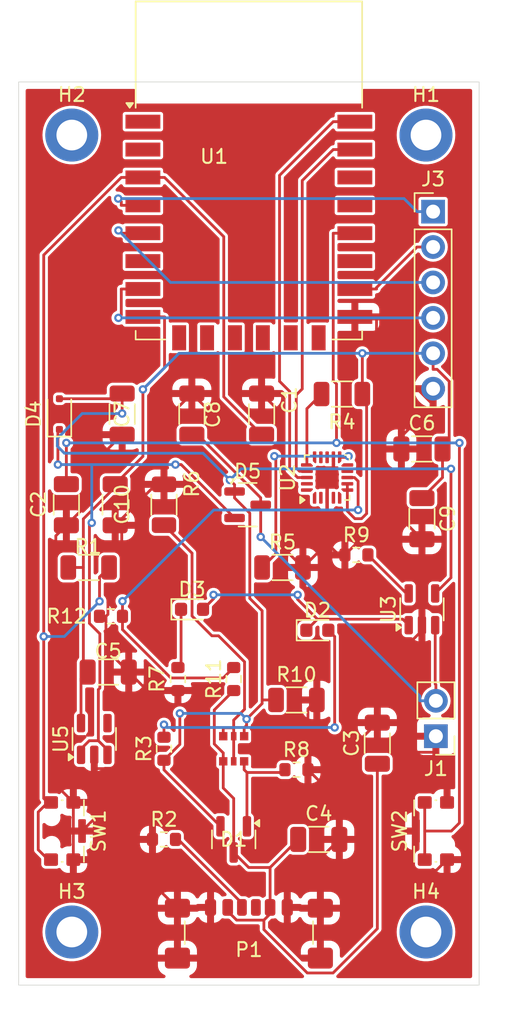
<source format=kicad_pcb>
(kicad_pcb (version 20240108) (generator "pcbnew") (generator_version "8.0")
  (layers (0 "F.Cu" signal) (31 "B.Cu" signal) (34 "B.Paste" user) (35 "F.Paste" user) (36 "B.SilkS" user "B.Silkscreen") (37 "F.SilkS" user "F.Silkscreen") (38 "B.Mask" user) (39 "F.Mask" user) (44 "Edge.Cuts" user))
  (net 0 "")
  (net 1 "GND")
  (net 2 "+3.3V")
  (net 3 "Net-(U4-C2)")
  (net 4 "Net-(P1-D+)")
  (net 6 "Net-(P1-CC)")
  (net 7 "Net-(U1-EN)")
  (net 8 "Net-(U1-GPIO0)")
  (net 9 "Net-(U4-B1)")
  (net 10 "Net-(D3-K)")
  (net 11 "Net-(U2-~{RTS})")
  (net 12 "Net-(D2-A)")
  (net 13 "Net-(D2-K)")
  (net 14 "Net-(U2-~{SUSPEND})")
  (net 15 "Net-(U3-PROG)")
  (net 19 "/MIC_2")
  (net 20 "/MIC_1")
  (net 24 "/MIC_3")
  (net 30 "/MIC")
  (net 31 "/supply/TXD")
  (net 34 "/supply/RXD")
  (net 42 "Net-(P1-D-)")
  (net 45 "+5V")
  (net 46 "Net-(D4-A)")
  (net 47 "Net-(J1-Pin_2)")
  (net 48 "Net-(D4-K)")
  (net 49 "Net-(U2-VBUS)")
  (footprint "Resistor_SMD:R_0603_1608Metric" (layer "F.Cu") (at 92.7 111.4 -90)
    (property "Reference" "R7")
    (property "Value" "470")
  )
  (footprint "RF_Module:ESP-12E" (layer "F.Cu") (at 97.79 74.93)
    (property "Reference" "U1")
    (property "Value" "ESP-12E")
  )
  (footprint "Capacitor_SMD:C_1206_3216Metric" (layer "F.Cu") (at 102.8 122.9)
    (property "Reference" "C4")
    (property "Value" "100nF")
  )
  (footprint "Resistor_SMD:R_0603_1608Metric" (layer "F.Cu") (at 101.2 117.9)
    (property "Reference" "R8")
    (property "Value" "47K")
  )
  (footprint "Package_TO_SOT_SMD:SOT-23-5" (layer "F.Cu") (at 110.2 106.4 90)
    (property "Reference" "U3")
    (property "Value" "MCP73831-2-OT")
  )
  (footprint "Resistor_SMD:R_0603_1608Metric" (layer "F.Cu") (at 91.7 116.4 90)
    (property "Reference" "R3")
    (property "Value" "470")
  )
  (footprint "Resistor_SMD:R_0603_1608Metric" (layer "F.Cu") (at 96.7 111.4 90)
    (property "Reference" "R11")
    (property "Value" "22K")
  )
  (footprint "libs:SOT363" (layer "F.Cu") (at 96.7 116.4 90)
    (property "Reference" "U4")
    (property "Value" "BCM857BS")
  )
  (footprint "Diode_SMD:D_0603_1608Metric" (layer "F.Cu") (at 102.7 107.9)
    (property "Reference" "D2")
    (property "Value" "Red")
  )
  (footprint "Connector_PinHeader_2.54mm:PinHeader_1x06_P2.54mm_Vertical" (layer "F.Cu") (at 111 77.88)
    (property "Reference" "J3")
    (property "Value" "Conn_01x06_Pin")
  )
  (footprint "Package_TO_SOT_SMD:SOT-23-5" (layer "F.Cu") (at 86.7 115.7 90)
    (property "Reference" "U5")
    (property "Value" "ME6211C12M5G-N")
  )
  (footprint "Button_Switch_SMD:SW_SPST_CK_KMS2xxGP" (layer "F.Cu") (at 111.2 122.3 90)
    (property "Reference" "SW2")
    (property "Value" "BOOT")
  )
  (footprint "Resistor_SMD:R_1206_3216Metric" (layer "F.Cu") (at 101.2 112.9)
    (property "Reference" "R10")
    (property "Value" "10K")
  )
  (footprint "Capacitor_SMD:C_1206_3216Metric" (layer "F.Cu") (at 110.2 99.9 -90)
    (property "Reference" "C9")
    (property "Value" "1µF")
  )
  (footprint "Button_Switch_SMD:SW_SPST_CK_KMS2xxGP" (layer "F.Cu") (at 84.4 122.3 -90)
    (property "Reference" "SW1")
    (property "Value" "RESET")
  )
  (footprint "Capacitor_SMD:C_1206_3216Metric" (layer "F.Cu") (at 87.7 110.9 180)
    (property "Reference" "C5")
    (property "Value" "4,7µF")
  )
  (footprint "Connector_USB:USB_C_Receptacle_GCT_USB4135-GF-A_6P_TopMnt_Horizontal" (layer "F.Cu") (at 97.79 130.81)
    (property "Reference" "P1")
    (property "Value" "USB_C_Plug_USB2.0")
  )
  (footprint "Resistor_SMD:R_1206_3216Metric" (layer "F.Cu") (at 104.4625 90.9625)
    (property "Reference" "R4")
    (property "Value" "2K")
  )
  (footprint "Capacitor_SMD:C_1206_3216Metric" (layer "F.Cu") (at 84.7 98.9 -90)
    (property "Reference" "C2")
    (property "Value" "0.1µF")
  )
  (footprint "Resistor_SMD:R_1206_3216Metric" (layer "F.Cu") (at 86.3 103.4)
    (property "Reference" "R1")
    (property "Value" "10k")
  )
  (footprint "MountingHole:MountingHole_2.2mm_M2_DIN965_Pad" (layer "F.Cu") (at 110.49 72.39)
    (property "Reference" "H1")
    (property "Value" "MountingHole")
  )
  (footprint "Diode_SMD:D_SOD-323F" (layer "F.Cu") (at 84.2 92.4 90)
    (property "Reference" "D4")
    (property "Value" "B5819WS")
  )
  (footprint "MountingHole:MountingHole_2.2mm_M2_DIN965_Pad" (layer "F.Cu") (at 85.09 129.54)
    (property "Reference" "H3")
    (property "Value" "MountingHole")
  )
  (footprint "Package_DFN_QFN:QFN-20-1EP_3x3mm_P0.45mm_EP1.6x1.6mm" (layer "F.Cu") (at 103.4 96.95 90)
    (property "Reference" "U2")
    (property "Value" "CP2102N-Axx-xQFN20")
  )
  (footprint "Resistor_SMD:R_1206_3216Metric" (layer "F.Cu") (at 100.2 103.4)
    (property "Reference" "R5")
    (property "Value" "10K")
  )
  (footprint "Resistor_SMD:R_1206_3216Metric" (layer "F.Cu") (at 91.7 98.9 90)
    (property "Reference" "R6")
    (property "Value" "10K")
  )
  (footprint "Resistor_SMD:R_0603_1608Metric" (layer "F.Cu") (at 91.7 122.9)
    (property "Reference" "R2")
    (property "Value" "5.1K")
  )
  (footprint "Resistor_SMD:R_0603_1608Metric" (layer "F.Cu") (at 105.5 102.5)
    (property "Reference" "R9")
    (property "Value" "2K2")
  )
  (footprint "Package_TO_SOT_SMD:SOT-23" (layer "F.Cu") (at 96.7 122.9 -90)
    (property "Reference" "D1")
    (property "Value" "BAT54A")
  )
  (footprint "Connector_PinHeader_2.54mm:PinHeader_1x02_P2.54mm_Vertical" (layer "F.Cu") (at 111.2 115.5 180)
    (property "Reference" "J1")
    (property "Value" "Battery Connector")
  )
  (footprint "Resistor_SMD:R_0603_1608Metric" (layer "F.Cu") (at 87.9 106.9 180)
    (property "Reference" "R12")
    (property "Value" "47K5")
  )
  (footprint "MountingHole:MountingHole_2.2mm_M2_DIN965_Pad" (layer "F.Cu") (at 110.49 129.54)
    (property "Reference" "H4")
    (property "Value" "MountingHole")
  )
  (footprint "MountingHole:MountingHole_2.2mm_M2_DIN965_Pad" (layer "F.Cu") (at 85.09 72.39)
    (property "Reference" "H2")
    (property "Value" "MountingHole")
  )
  (footprint "Capacitor_SMD:C_1206_3216Metric" (layer "F.Cu") (at 110.2 94.9)
    (property "Reference" "C6")
    (property "Value" "0,1µF")
  )
  (footprint "Capacitor_SMD:C_1206_3216Metric" (layer "F.Cu") (at 98.7 92.4 90)
    (property "Reference" "C1")
    (property "Value" "0.1µF")
  )
  (footprint "Package_TO_SOT_SMD:SOT-23" (layer "F.Cu") (at 97.7 98.9)
    (property "Reference" "D5")
    (property "Value" "BAT54A")
  )
  (footprint "Capacitor_SMD:C_1206_3216Metric" (layer "F.Cu") (at 88.7 92.4 -90)
    (property "Reference" "C7")
    (property "Value" "4,7µF")
  )
  (footprint "Diode_SMD:D_0603_1608Metric" (layer "F.Cu") (at 93.7125 106.4)
    (property "Reference" "D3")
    (property "Value" "Green")
  )
  (footprint "Capacitor_SMD:C_1206_3216Metric" (layer "F.Cu") (at 93.7 92.4 90)
    (property "Reference" "C8")
    (property "Value" "10µF")
  )
  (footprint "Capacitor_SMD:C_1206_3216Metric" (layer "F.Cu") (at 107 116 90)
    (property "Reference" "C3")
    (property "Value" "1µF")
  )
  (footprint "Capacitor_SMD:C_1206_3216Metric" (layer "F.Cu") (at 88.2 98.9 -90)
    (property "Reference" "C10")
    (property "Value" "10µF")
  )
  (gr_rect (start 81.28 68.58) (end 114.3 133.35) (stroke (width 0.05)) (fill none) (layer "Edge.Cuts"))
  (segment (start 105.39 85.43) (end 106.9417 85.43) (width 0.2) (layer "F.Cu") (net 1))
  (segment (start 102.915 127.8325) (end 102.915 124.26) (width 0.2) (layer "F.Cu") (net 1))
  (segment (start 87.075 106.9) (end 87.542 106.9) (width 0.2) (layer "F.Cu") (net 1))
  (segment (start 83.9453 101.1297) (end 84.7 100.375) (width 0.2) (layer "F.Cu") (net 1))
  (segment (start 86.7 121.425) (end 86.7 117.8229) (width 0.2) (layer "F.Cu") (net 1))
  (segment (start 85.9361 96.6389) (end 88.7 93.875) (width 0.2) (layer "F.Cu") (net 1))
  (segment (start 90.875 122.9) (end 90.875 112.3101) (width 0.2) (layer "F.Cu") (net 1))
  (segment (start 92.6149 112.3101) (end 90.875 112.3101) (width 0.2) (layer "F.Cu") (net 1))
  (segment (start 102.86 127.7775) (end 102.915 127.8325) (width 0.2) (layer "F.Cu") (net 1))
  (segment (start 108.725 99.9) (end 110.2 101.375) (width 0.2) (layer "F.Cu") (net 1))
  (segment (start 102.025 113.5375) (end 102.6625 112.9) (width 0.2) (layer "F.Cu") (net 1))
  (segment (start 112 124.35) (end 111.2294 125.1206) (width 0.2) (layer "F.Cu") (net 1))
  (segment (start 87.542 109.267) (end 89.175 110.9) (width 0.2) (layer "F.Cu") (net 1))
  (segment (start 104.275 122.9) (end 104.275 120.15) (width 0.2) (layer "F.Cu") (net 1))
  (segment (start 111.2294 125.1206) (end 109.8382 125.1206) (width 0.2) (layer "F.Cu") (net 1))
  (segment (start 84.7 100.375) (end 85.9361 99.1389) (width 0.2) (layer "F.Cu") (net 1))
  (segment (start 85.9361 99.1389) (end 85.9361 96.6389) (width 0.2) (layer "F.Cu") (net 1))
  (segment (start 90.875 126.0425) (end 90.875 122.9) (width 0.2) (layer "F.Cu") (net 1))
  (segment (start 85.2 122.3) (end 85.2 120.25) (width 0.2) (layer "F.Cu") (net 1))
  (segment (start 104.2375 102.5) (end 103.4 101.6625) (width 0.2) (layer "F.Cu") (net 1))
  (segment (start 85.2 120.25) (end 83.9453 118.9953) (width 0.2) (layer "F.Cu") (net 1))
  (segment (start 104.275 120.15) (end 102.825 118.7) (width 0.2) (layer "F.Cu") (net 1))
  (segment (start 85.825 122.3) (end 86.7 121.425) (width 0.2) (layer "F.Cu") (net 1))
  (segment (start 112 117.4517) (end 112 120.25) (width 0.2) (layer "F.Cu") (net 1))
  (segment (start 91.7 97.4375) (end 91.7 92.925) (width 0.2) (layer "F.Cu") (net 1))
  (segment (start 99.9499 94.7527) (end 99.9499 92.1749) (width 0.2) (layer "F.Cu") (net 1))
  (segment (start 83.9453 118.9953) (end 83.9453 101.1297) (width 0.2) (layer "F.Cu") (net 1))
  (segment (start 108.725 94.9) (end 108.725 99.9) (width 0.2) (layer "F.Cu") (net 1))
  (segment (start 109.3718 114.525) (end 109.3718 116.4501) (width 0.2) (layer "F.Cu") (net 1))
  (segment (start 90.5851 112.3101) (end 89.175 110.9) (width 0.2) (layer "F.Cu") (net 1))
  (segment (start 107 114.525) (end 102.825 118.7) (width 0.2) (layer "F.Cu") (net 1))
  (segment (start 85.2 124.35) (end 85.2 122.3) (width 0.2) (layer "F.Cu") (net 1))
  (segment (start 89.175 116.6562) (end 89.175 110.9) (width 0.2) (layer "F.Cu") (net 1))
  (segment (start 109.5734 124.8558) (end 109.5734 122.3) (width 0.2) (layer "F.Cu") (net 1))
  (segment (start 109.8382 125.1206) (end 109.5734 124.8558) (width 0.2) (layer "F.Cu") (net 1))
  (segment (start 106.9417 87.6734) (end 106.9417 85.43) (width 0.2) (layer "F.Cu") (net 1))
  (segment (start 111 90.58) (end 111 91.7317) (width 0.2) (layer "F.Cu") (net 1))
  (segment (start 91.7 92.925) (end 93.7 90.925) (width 0.2) (layer "F.Cu") (net 1))
  (segment (start 111.2 115.5) (end 111.2 116.6517) (width 0.2) (layer "F.Cu") (net 1))
  (segment (start 87.542 106.9) (end 87.542 109.267) (width 0.2) (layer "F.Cu") (net 1))
  (segment (start 111 91.7317) (end 106.9417 87.6734) (width 0.2) (layer "F.Cu") (net 1))
  (segment (start 102.825 118.7) (end 102.025 117.9) (width 0.2) (layer "F.Cu") (net 1))
  (segment (start 108.725 94.0067) (end 108.725 94.9) (width 0.2) (layer "F.Cu") (net 1))
  (segment (start 104.675 102.5) (end 107.275 99.9) (width 0.2) (layer "F.Cu") (net 1))
  (segment (start 109.3718 114.525) (end 109.3718 108.7546) (width 0.2) (layer "F.Cu") (net 1))
  (segment (start 103.4 96.95) (end 103.85 96.5) (width 0.2) (layer "F.Cu") (net 1))
  (segment (start 103.4 98.4) (end 103.4 96.95) (width 0.2) (layer "F.Cu") (net 1))
  (segment (start 91.1375 97.4375) (end 91.7 97.4375) (width 0.2) (layer "F.Cu") (net 1))
  (segment (start 87.6811 105.7806) (end 88.6727 104.789) (width 0.2) (layer "F.Cu") (net 1))
  (segment (start 102.025 117.9) (end 102.025 113.5375) (width 0.2) (layer "F.Cu") (net 1))
  (segment (start 97.5277 94.7527) (end 93.7 90.925) (width 0.2) (layer "F.Cu") (net 1))
  (segment (start 85.825 122.3) (end 85.2 122.3) (width 0.2) (layer "F.Cu") (net 1))
  (segment (start 110.2 107.9264) (end 110.2 107.5375) (width 0.2) (layer "F.Cu") (net 1))
  (segment (start 87.542 106.9) (end 87.6811 106.7609) (width 0.2) (layer "F.Cu") (net 1))
  (segment (start 101.6625 103.4) (end 100.2385 101.976) (width 0.2) (layer "F.Cu") (net 1))
  (segment (start 92.7 112.225) (end 92.6149 112.3101) (width 0.2) (layer "F.Cu") (net 1))
  (segment (start 87.6811 106.7609) (end 87.6811 105.7806) (width 0.2) (layer "F.Cu") (net 1))
  (segment (start 88.6727 104.789) (end 88.6727 100.8477) (width 0.2) (layer "F.Cu") (net 1))
  (segment (start 95.04 127.7775) (end 92.72 127.7775) (width 0.2) (layer "F.Cu") (net 1))
  (segment (start 90.875 112.3101) (end 90.5851 112.3101) (width 0.2) (layer "F.Cu") (net 1))
  (segment (start 92.665 127.8325) (end 90.875 126.0425) (width 0.2) (layer "F.Cu") (net 1))
  (segment (start 103.4 101.6625) (end 103.4 98.4) (width 0.2) (layer "F.Cu") (net 1))
  (segment (start 109.5734 116.6517) (end 111.2 116.6517) (width 0.2) (layer "F.Cu") (net 1))
  (segment (start 109.775 122.3) (end 109.5734 122.3) (width 0.2) (layer "F.Cu") (net 1))
  (segment (start 107 114.525) (end 109.3718 114.525) (width 0.2) (layer "F.Cu") (net 1))
  (segment (start 88.0083 117.8229) (end 89.175 116.6562) (width 0.2) (layer "F.Cu") (net 1))
  (segment (start 107.275 99.9) (end 108.725 99.9) (width 0.2) (layer "F.Cu") (net 1))
  (segment (start 101.6625 103.4) (end 103.4 101.6625) (width 0.2) (layer "F.Cu") (net 1))
  (segment (start 88.6727 100.8477) (end 88.2 100.375) (width 0.2) (layer "F.Cu") (net 1))
  (segment (start 86.7 117.8229) (end 86.7 116.8375) (width 0.2) (layer "F.Cu") (net 1))
  (segment (start 99.9499 92.1749) (end 98.7 90.925) (width 0.2) (layer "F.Cu") (net 1))
  (segment (start 109.3718 116.4501) (end 109.5734 116.6517) (width 0.2) (layer "F.Cu") (net 1))
  (segment (start 111 91.7317) (end 108.725 94.0067) (width 0.2) (layer "F.Cu") (net 1))
  (segment (start 102.915 131.4125) (end 102.915 127.8325) (width 0.2) (layer "F.Cu") (net 1))
  (segment (start 103.85 96.5) (end 103.85 95.5) (width 0.2) (layer "F.Cu") (net 1))
  (segment (start 102.915 124.26) (end 104.275 122.9) (width 0.2) (layer "F.Cu") (net 1))
  (segment (start 100.2385 101.976) (end 100.2385 95.0413) (width 0.2) (layer "F.Cu") (net 1))
  (segment (start 100.54 127.7775) (end 102.86 127.7775) (width 0.2) (layer "F.Cu") (net 1))
  (segment (start 100.2385 95.0413) (end 99.9499 94.7527) (width 0.2) (layer "F.Cu") (net 1))
  (segment (start 104.675 102.5) (end 104.2375 102.5) (width 0.2) (layer "F.Cu") (net 1))
  (segment (start 86.7 117.8229) (end 88.0083 117.8229) (width 0.2) (layer "F.Cu") (net 1))
  (segment (start 110.2 107.5375) (end 110.2 101.375) (width 0.2) (layer "F.Cu") (net 1))
  (segment (start 111.2 116.6517) (end 112 117.4517) (width 0.2) (layer "F.Cu") (net 1))
  (segment (start 88.2 100.375) (end 91.1375 97.4375) (width 0.2) (layer "F.Cu") (net 1))
  (segment (start 109.3718 108.7546) (end 110.2 107.9264) (width 0.2) (layer "F.Cu") (net 1))
  (segment (start 92.72 127.7775) (end 92.665 127.8325) (width 0.2) (layer "F.Cu") (net 1))
  (segment (start 99.9499 94.7527) (end 97.5277 94.7527) (width 0.2) (layer "F.Cu") (net 1))
  (segment (start 109.5734 122.3) (end 109.5734 116.6517) (width 0.2) (layer "F.Cu") (net 1))
  (segment (start 92.665 131.4125) (end 92.665 127.8325) (width 0.2) (layer "F.Cu") (net 1))
  (segment (start 86.225 110.9) (end 85.75 111.375) (width 0.2) (layer "F.Cu") (net 2))
  (segment (start 88.2 97.6351) (end 85.9192 99.9159) (width 0.2) (layer "F.Cu") (net 2))
  (segment (start 85.9192 110.5942) (end 85.9192 103.4) (width 0.2) (layer "F.Cu") (net 2))
  (segment (start 90.19 90.6286) (end 91.7417 89.0769) (width 0.2) (layer "F.Cu") (net 2))
  (segment (start 86.225 110.9) (end 85.9192 110.5942) (width 0.2) (layer "F.Cu") (net 2))
  (segment (start 106.2332 91.2707) (end 105.925 90.9625) (width 0.2) (layer "F.Cu") (net 2))
  (segment (start 105.8686 99.901) (end 106.2332 99.5364) (width 0.2) (layer "F.Cu") (net 2))
  (segment (start 85.75 111.375) (end 85.75 114.5625) (width 0.2) (layer "F.Cu") (net 2))
  (segment (start 105.925 90.9625) (end 105.925 88.04) (width 0.2) (layer "F.Cu") (net 2))
  (segment (start 91.7417 89.0769) (end 91.7417 85.43) (width 0.2) (layer "F.Cu") (net 2))
  (segment (start 88.2 97.425) (end 88.2 97.6351) (width 0.2) (layer "F.Cu") (net 2))
  (segment (start 104.85 99.3566) (end 105.3944 99.901) (width 0.2) (layer "F.Cu") (net 2))
  (segment (start 112.1531 90.0569) (end 112.1531 94.4219) (width 0.2) (layer "F.Cu") (net 2))
  (segment (start 110.2 98.425) (end 111.675 96.95) (width 0.2) (layer "F.Cu") (net 2))
  (segment (start 90.19 95.435) (end 90.19 90.6286) (width 0.2) (layer "F.Cu") (net 2))
  (segment (start 111.2879 89.1917) (end 112.1531 90.0569) (width 0.2) (layer "F.Cu") (net 2))
  (segment (start 111.675 96.95) (end 111.675 94.9) (width 0.2) (layer "F.Cu") (net 2))
  (segment (start 105.3944 99.901) (end 105.8686 99.901) (width 0.2) (layer "F.Cu") (net 2))
  (segment (start 112.1531 94.4219) (end 111.675 94.9) (width 0.2) (layer "F.Cu") (net 2))
  (segment (start 88.2 97.425) (end 90.19 95.435) (width 0.2) (layer "F.Cu") (net 2))
  (segment (start 90.19 85.43) (end 91.7417 85.43) (width 0.2) (layer "F.Cu") (net 2))
  (segment (start 104.85 97.4) (end 104.85 97.85) (width 0.2) (layer "F.Cu") (net 2))
  (segment (start 111 88.04) (end 111 89.1917) (width 0.2) (layer "F.Cu") (net 2))
  (segment (start 104.85 97.85) (end 104.85 99.3566) (width 0.2) (layer "F.Cu") (net 2))
  (segment (start 85.9192 99.9159) (end 85.9192 103.4) (width 0.2) (layer "F.Cu") (net 2))
  (segment (start 111 89.1917) (end 111.2879 89.1917) (width 0.2) (layer "F.Cu") (net 2))
  (segment (start 85.9192 103.4) (end 84.8375 103.4) (width 0.2) (layer "F.Cu") (net 2))
  (segment (start 106.2332 99.5364) (end 106.2332 91.2707) (width 0.2) (layer "F.Cu") (net 2))
  (via (at 90.19 90.6286) (size 0.6) (drill 0.3) (layers "F.Cu" "B.Cu") (net 2))
  (via (at 105.925 88.04) (size 0.6) (drill 0.3) (layers "F.Cu" "B.Cu") (net 2))
  (segment (start 92.7786 88.04) (end 90.19 90.6286) (width 0.2) (layer "B.Cu") (net 2))
  (segment (start 111 88.04) (end 105.925 88.04) (width 0.2) (layer "B.Cu") (net 2))
  (segment (start 105.925 88.04) (end 92.7786 88.04) (width 0.2) (layer "B.Cu") (net 2))
  (segment (start 97.65 121.9625) (end 97.65 118.1017) (width 0.2) (layer "F.Cu") (net 3))
  (segment (start 97.45 117.3) (end 97.45 117.9017) (width 0.2) (layer "F.Cu") (net 3))
  (segment (start 97.65 118.1017) (end 97.45 117.9017) (width 0.2) (layer "F.Cu") (net 3))
  (segment (start 97.65 118.1017) (end 100.1733 118.1017) (width 0.2) (layer "F.Cu") (net 3))
  (segment (start 100.1733 118.1017) (end 100.375 117.9) (width 0.2) (layer "F.Cu") (net 3))
  (segment (start 92.7137 122.9) (end 92.525 122.9) (width 0.2) (layer "F.Cu") (net 6))
  (segment (start 97.29 127.7775) (end 97.29 127.4763) (width 0.2) (layer "F.Cu") (net 6))
  (segment (start 97.29 127.4763) (end 92.7137 122.9) (width 0.2) (layer "F.Cu") (net 6))
  (segment (start 83.0765 119.9571) (end 83.3694 120.25) (width 0.2) (layer "F.Cu") (net 7))
  (segment (start 87.0794 104.0831) (end 87.7625 103.4) (width 0.2) (layer "F.Cu") (net 7))
  (segment (start 83.0765 108.3478) (end 83.0765 119.9571) (width 0.2) (layer "F.Cu") (net 7))
  (segment (start 87.0794 105.8274) (end 87.0794 104.0831) (width 0.2) (layer "F.Cu") (net 7))
  (segment (start 95.9883 91.1633) (end 95.9883 79.6766) (width 0.2) (layer "F.Cu") (net 7))
  (segment (start 82.6828 123.6392) (end 82.6828 120.9366) (width 0.2) (layer "F.Cu") (net 7))
  (segment (start 90.865 75.43) (end 91.7417 75.43) (width 0.2) (layer "F.Cu") (net 7))
  (segment (start 90.865 75.43) (end 90.19 75.43) (width 0.2) (layer "F.Cu") (net 7))
  (segment (start 90.19 75.43) (end 88.6383 75.43) (width 0.2) (layer "F.Cu") (net 7))
  (segment (start 83.3694 120.25) (end 83.6 120.25) (width 0.2) (layer "F.Cu") (net 7))
  (segment (start 95.9883 79.6766) (end 91.7417 75.43) (width 0.2) (layer "F.Cu") (net 7))
  (segment (start 98.7 93.875) (end 95.9883 91.1633) (width 0.2) (layer "F.Cu") (net 7))
  (segment (start 82.6828 120.9366) (end 83.3694 120.25) (width 0.2) (layer "F.Cu") (net 7))
  (segment (start 88.6383 75.43) (end 83.0765 80.9918) (width 0.2) (layer "F.Cu") (net 7))
  (segment (start 83.6 124.35) (end 83.3936 124.35) (width 0.2) (layer "F.Cu") (net 7))
  (segment (start 83.0765 80.9918) (end 83.0765 108.3478) (width 0.2) (layer "F.Cu") (net 7))
  (segment (start 83.3936 124.35) (end 82.6828 123.6392) (width 0.2) (layer "F.Cu") (net 7))
  (via (at 83.0765 108.3478) (size 0.6) (drill 0.3) (layers "F.Cu" "B.Cu") (net 7))
  (via (at 87.0794 105.8274) (size 0.6) (drill 0.3) (layers "F.Cu" "B.Cu") (net 7))
  (segment (start 84.559 108.3478) (end 87.0794 105.8274) (width 0.2) (layer "B.Cu") (net 7))
  (segment (start 83.0765 108.3478) (end 84.559 108.3478) (width 0.2) (layer "B.Cu") (net 7))
  (segment (start 105.39 79.43) (end 103.8383 79.43) (width 0.2) (layer "F.Cu") (net 8))
  (segment (start 110.4 122.3) (end 110.4 124.35) (width 0.2) (layer "F.Cu") (net 8))
  (segment (start 103.8383 90.0044) (end 104.0724 90.2385) (width 0.2) (layer "F.Cu") (net 8))
  (segment (start 104.0724 90.2385) (end 104.0724 94.4655) (width 0.2) (layer "F.Cu") (net 8))
  (segment (start 112.8873 121.7197) (end 112.8873 94.4655) (width 0.2) (layer "F.Cu") (net 8))
  (segment (start 110.4 122.3) (end 112.307 122.3) (width 0.2) (layer "F.Cu") (net 8))
  (segment (start 112.307 122.3) (end 112.8873 121.7197) (width 0.2) (layer "F.Cu") (net 8))
  (segment (start 103.8383 79.43) (end 103.8383 90.0044) (width 0.2) (layer "F.Cu") (net 8))
  (segment (start 110.4 120.25) (end 110.4 122.3) (width 0.2) (layer "F.Cu") (net 8))
  (segment (start 84.7 97.425) (end 84.7 94.4655) (width 0.2) (layer "F.Cu") (net 8))
  (via (at 104.0724 94.4655) (size 0.6) (drill 0.3) (layers "F.Cu" "B.Cu") (net 8))
  (via (at 112.8873 94.4655) (size 0.6) (drill 0.3) (layers "F.Cu" "B.Cu") (net 8))
  (via (at 84.7 94.4655) (size 0.6) (drill 0.3) (layers "F.Cu" "B.Cu") (net 8))
  (segment (start 104.0724 94.4655) (end 112.8873 94.4655) (width 0.2) (layer "B.Cu") (net 8))
  (segment (start 84.7 94.4655) (end 104.0724 94.4655) (width 0.2) (layer "B.Cu") (net 8))
  (segment (start 95.6109 108.3002) (end 97.4784 110.1677) (width 0.2) (layer "F.Cu") (net 9))
  (segment (start 95.95 115.5) (end 95.95 114.8983) (width 0.2) (layer "F.Cu") (net 9))
  (segment (start 95.1362 108.3002) (end 95.6109 108.3002) (width 0.2) (layer "F.Cu") (net 9))
  (segment (start 96.7 114.3449) (end 96.7 114.8983) (width 0.2) (layer "F.Cu") (net 9))
  (segment (start 91.7 100.3625) (end 93.7125 102.375) (width 0.2) (layer "F.Cu") (net 9))
  (segment (start 97.4784 113.5665) (end 96.7 114.3449) (width 0.2) (layer "F.Cu") (net 9))
  (segment (start 93.7125 102.375) (end 93.7125 106.8765) (width 0.2) (layer "F.Cu") (net 9))
  (segment (start 96.7 115.5) (end 96.7 117.3) (width 0.2) (layer "F.Cu") (net 9))
  (segment (start 93.7125 106.8765) (end 95.1362 108.3002) (width 0.2) (layer "F.Cu") (net 9))
  (segment (start 96.7 115.1991) (end 96.7 115.5) (width 0.2) (layer "F.Cu") (net 9))
  (segment (start 96.7 115.1991) (end 96.7 114.8983) (width 0.2) (layer "F.Cu") (net 9))
  (segment (start 97.4784 110.1677) (end 97.4784 113.5665) (width 0.2) (layer "F.Cu") (net 9))
  (segment (start 96.7 114.8983) (end 95.95 114.8983) (width 0.2) (layer "F.Cu") (net 9))
  (segment (start 92.7 110.575) (end 92.925 110.35) (width 0.2) (layer "F.Cu") (net 10))
  (segment (start 92.925 110.35) (end 92.925 106.4) (width 0.2) (layer "F.Cu") (net 10))
  (segment (start 101.95 92.0125) (end 103 90.9625) (width 0.2) (layer "F.Cu") (net 11))
  (segment (start 101.95 96.05) (end 101.95 92.0125) (width 0.2) (layer "F.Cu") (net 11))
  (segment (start 103.9414 108.3539) (end 103.9414 114.8733) (width 0.2) (layer "F.Cu") (net 12))
  (segment (start 91.7 115.575) (end 91.7 114.6702) (width 0.2) (layer "F.Cu") (net 12))
  (segment (start 103.4875 107.9) (end 103.9414 108.3539) (width 0.2) (layer "F.Cu") (net 12))
  (via (at 91.7 114.6702) (size 0.6) (drill 0.3) (layers "F.Cu" "B.Cu") (net 12))
  (via (at 103.9414 114.8733) (size 0.6) (drill 0.3) (layers "F.Cu" "B.Cu") (net 12))
  (segment (start 91.9031 114.8733) (end 103.9414 114.8733) (width 0.2) (layer "B.Cu") (net 12))
  (segment (start 91.7 114.6702) (end 91.9031 114.8733) (width 0.2) (layer "B.Cu") (net 12))
  (segment (start 95.2541 105.6459) (end 95.2541 105.3613) (width 0.2) (layer "F.Cu") (net 13))
  (segment (start 94.5 106.4) (end 95.2541 105.6459) (width 0.2) (layer "F.Cu") (net 13))
  (segment (start 101.9125 107.9) (end 102.7054 107.1071) (width 0.2) (layer "F.Cu") (net 13))
  (segment (start 102.7054 107.1071) (end 101.2833 105.685) (width 0.2) (layer "F.Cu") (net 13))
  (segment (start 101.2833 105.685) (end 101.2833 105.3613) (width 0.2) (layer "F.Cu") (net 13))
  (segment (start 102.7054 107.1071) (end 108.8196 107.1071) (width 0.2) (layer "F.Cu") (net 13))
  (segment (start 108.8196 107.1071) (end 109.25 107.5375) (width 0.2) (layer "F.Cu") (net 13))
  (via (at 95.2541 105.3613) (size 0.6) (drill 0.3) (layers "F.Cu" "B.Cu") (net 13))
  (via (at 101.2833 105.3613) (size 0.6) (drill 0.3) (layers "F.Cu" "B.Cu") (net 13))
  (segment (start 95.2541 105.3613) (end 101.2833 105.3613) (width 0.2) (layer "B.Cu") (net 13))
  (segment (start 99.722 95.5218) (end 99.6169 95.4167) (width 0.2) (layer "F.Cu") (net 14))
  (segment (start 99.722 102.4155) (end 99.722 95.5218) (width 0.2) (layer "F.Cu") (net 14))
  (segment (start 104.3 95.5) (end 104.8548 95.5) (width 0.2) (layer "F.Cu") (net 14))
  (segment (start 98.7375 103.4) (end 99.722 102.4155) (width 0.2) (layer "F.Cu") (net 14))
  (segment (start 104.8548 95.5) (end 104.9381 95.4167) (width 0.2) (layer "F.Cu") (net 14))
  (via (at 104.9381 95.4167) (size 0.6) (drill 0.3) (layers "F.Cu" "B.Cu") (net 14))
  (via (at 99.6169 95.4167) (size 0.6) (drill 0.3) (layers "F.Cu" "B.Cu") (net 14))
  (segment (start 99.6169 95.4167) (end 104.9381 95.4167) (width 0.2) (layer "B.Cu") (net 14))
  (segment (start 109.0875 105.2625) (end 106.325 102.5) (width 0.2) (layer "F.Cu") (net 15))
  (segment (start 109.25 105.2625) (end 109.0875 105.2625) (width 0.2) (layer "F.Cu") (net 15))
  (segment (start 90.19 79.43) (end 88.6383 79.43) (width 0.2) (layer "F.Cu") (net 19))
  (segment (start 88.4368 79.2285) (end 88.6383 79.43) (width 0.2) (layer "F.Cu") (net 19))
  (via (at 88.4368 79.2285) (size 0.6) (drill 0.3) (layers "F.Cu" "B.Cu") (net 19))
  (segment (start 92.1683 82.96) (end 88.4368 79.2285) (width 0.2) (layer "B.Cu") (net 19))
  (segment (start 111 82.96) (end 92.1683 82.96) (width 0.2) (layer "B.Cu") (net 19))
  (segment (start 105.39 83.43) (end 106.9417 83.43) (width 0.2) (layer "F.Cu") (net 20))
  (segment (start 106.9417 83.3266) (end 106.9417 83.43) (width 0.2) (layer "F.Cu") (net 20))
  (segment (start 111 80.42) (end 109.8483 80.42) (width 0.2) (layer "F.Cu") (net 20))
  (segment (start 109.8483 80.42) (end 106.9417 83.3266) (width 0.2) (layer "F.Cu") (net 20))
  (segment (start 88.6383 83.43) (end 88.6383 85.2975) (width 0.2) (layer "F.Cu") (net 24))
  (segment (start 90.19 83.43) (end 88.6383 83.43) (width 0.2) (layer "F.Cu") (net 24))
  (segment (start 88.6383 85.2975) (end 88.4358 85.5) (width 0.2) (layer "F.Cu") (net 24))
  (via (at 88.4358 85.5) (size 0.6) (drill 0.3) (layers "F.Cu" "B.Cu") (net 24))
  (segment (start 111 85.5) (end 88.4358 85.5) (width 0.2) (layer "B.Cu") (net 24))
  (segment (start 88.6383 77.1676) (end 88.6383 77.43) (width 0.2) (layer "F.Cu") (net 30))
  (segment (start 90.19 77.43) (end 88.6383 77.43) (width 0.2) (layer "F.Cu") (net 30))
  (segment (start 88.4165 76.9458) (end 88.6383 77.1676) (width 0.2) (layer "F.Cu") (net 30))
  (via (at 88.4165 76.9458) (size 0.6) (drill 0.3) (layers "F.Cu" "B.Cu") (net 30))
  (segment (start 109.8483 77.88) (end 108.9141 76.9458) (width 0.2) (layer "B.Cu") (net 30))
  (segment (start 111 77.88) (end 109.8483 77.88) (width 0.2) (layer "B.Cu") (net 30))
  (segment (start 108.9141 76.9458) (end 88.4165 76.9458) (width 0.2) (layer "B.Cu") (net 30))
  (segment (start 100.7125 90.7715) (end 99.9883 90.0473) (width 0.2) (layer "F.Cu") (net 31))
  (segment (start 101.95 96.95) (end 101.2793 96.95) (width 0.2) (layer "F.Cu") (net 31))
  (segment (start 101.2793 96.95) (end 100.7125 96.3832) (width 0.2) (layer "F.Cu") (net 31))
  (segment (start 100.7125 96.3832) (end 100.7125 90.7715) (width 0.2) (layer "F.Cu") (net 31))
  (segment (start 105.39 71.43) (end 103.8383 71.43) (width 0.2) (layer "F.Cu") (net 31))
  (segment (start 99.9883 90.0473) (end 99.9883 75.28) (width 0.2) (layer "F.Cu") (net 31))
  (segment (start 99.9883 75.28) (end 103.8383 71.43) (width 0.2) (layer "F.Cu") (net 31))
  (segment (start 101.615 90.5964) (end 101.615 75.6533) (width 0.2) (layer "F.Cu") (net 34))
  (segment (start 101.1866 96.2639) (end 101.1866 91.0248) (width 0.2) (layer "F.Cu") (net 34))
  (segment (start 101.615 75.6533) (end 103.8383 73.43) (width 0.2) (layer "F.Cu") (net 34))
  (segment (start 101.1866 91.0248) (end 101.615 90.5964) (width 0.2) (layer "F.Cu") (net 34))
  (segment (start 105.39 73.43) (end 103.8383 73.43) (width 0.2) (layer "F.Cu") (net 34))
  (segment (start 101.4227 96.5) (end 101.1866 96.2639) (width 0.2) (layer "F.Cu") (net 34))
  (segment (start 101.95 96.5) (end 101.4227 96.5) (width 0.2) (layer "F.Cu") (net 34))
  (segment (start 98.8663 128.6878) (end 98.8663 129.3665) (width 0.2) (layer "F.Cu") (net 45))
  (segment (start 98.8663 128.6878) (end 96.9109 128.6878) (width 0.2) (layer "F.Cu") (net 45))
  (segment (start 96.7 119.962) (end 96.7 123.8375) (width 0.2) (layer "F.Cu") (net 45))
  (segment (start 96.9109 128.6878) (end 96.27 128.0469) (width 0.2) (layer "F.Cu") (net 45))
  (segment (start 95.95 117.3) (end 95.95 119.212) (width 0.2) (layer "F.Cu") (net 45))
  (segment (start 99.31 128.2441) (end 98.8663 128.6878) (width 0.2) (layer "F.Cu") (net 45))
  (segment (start 95.95 117.3) (end 95.95 116.6983) (width 0.2) (layer "F.Cu") (net 45))
  (segment (start 95.3093 116.0576) (end 95.3093 113.6157) (width 0.2) (layer "F.Cu") (net 45))
  (segment (start 99.31 127.7775) (end 99.31 128.2441) (width 0.2) (layer "F.Cu") (net 45))
  (segment (start 96.7 123.8375) (end 97.7775 124.915) (width 0.2) (layer "F.Cu") (net 45))
  (segment (start 101.9787 132.4789) (end 103.8244 132.4789) (width 0.2) (layer "F.Cu") (net 45))
  (segment (start 95.95 116.6983) (end 95.3093 116.0576) (width 0.2) (layer "F.Cu") (net 45))
  (segment (start 99.31 124.915) (end 101.325 122.9) (width 0.2) (layer "F.Cu") (net 45))
  (segment (start 95.3093 113.6157) (end 96.7 112.225) (width 0.2) (layer "F.Cu") (net 45))
  (segment (start 95.95 119.212) (end 96.7 119.962) (width 0.2) (layer "F.Cu") (net 45))
  (segment (start 96.27 128.0469) (end 96.27 127.7775) (width 0.2) (layer "F.Cu") (net 45))
  (segment (start 103.8244 132.4789) (end 107 129.3033) (width 0.2) (layer "F.Cu") (net 45))
  (segment (start 97.7775 124.915) (end 99.31 124.915) (width 0.2) (layer "F.Cu") (net 45))
  (segment (start 98.8663 129.3665) (end 101.9787 132.4789) (width 0.2) (layer "F.Cu") (net 45))
  (segment (start 99.31 127.7775) (end 99.31 124.915) (width 0.2) (layer "F.Cu") (net 45))
  (segment (start 107 129.3033) (end 107 117.475) (width 0.2) (layer "F.Cu") (net 45))
  (segment (start 96.7625 98.4125) (end 96.7625 97.95) (width 0.2) (layer "F.Cu") (net 46))
  (segment (start 88.7 90.925) (end 88.7 92.3596) (width 0.2) (layer "F.Cu") (net 46))
  (segment (start 97.6241 114.2716) (end 98.7384 113.1573) (width 0.2) (layer "F.Cu") (net 46))
  (segment (start 99.7375 112.9) (end 98.7384 112.9) (width 0.2) (layer "F.Cu") (net 46))
  (segment (start 91.7 117.9125) (end 91.7 117.225) (width 0.2) (layer "F.Cu") (net 46))
  (segment (start 98.7384 106.5027) (end 97.8554 105.6197) (width 0.2) (layer "F.Cu") (net 46))
  (segment (start 111.15 105.2625) (end 112.2812 104.1313) (width 0.2) (layer "F.Cu") (net 46))
  (segment (start 97.6241 114.7242) (end 97.45 114.8983) (width 0.2) (layer "F.Cu") (net 46))
  (segment (start 98.7384 113.1573) (end 98.7384 112.9) (width 0.2) (layer "F.Cu") (net 46))
  (segment (start 84.2 91.3) (end 88.325 91.3) (width 0.2) (layer "F.Cu") (net 46))
  (segment (start 97.8554 105.6197) (end 97.8554 99.5054) (width 0.2) (layer "F.Cu") (net 46))
  (segment (start 97.8554 99.5054) (end 96.7625 98.4125) (width 0.2) (layer "F.Cu") (net 46))
  (segment (start 98.7384 112.9) (end 98.7384 106.5027) (width 0.2) (layer "F.Cu") (net 46))
  (segment (start 112.2812 104.1313) (end 112.2812 96.3255) (width 0.2) (layer "F.Cu") (net 46))
  (segment (start 96.7625 97.4636) (end 96.7625 97.95) (width 0.2) (layer "F.Cu") (net 46))
  (segment (start 97.45 115.5) (end 97.45 114.8983) (width 0.2) (layer "F.Cu") (net 46))
  (segment (start 96.4263 97.1274) (end 96.7625 97.4636) (width 0.2) (layer "F.Cu") (net 46))
  (segment (start 91.7 117.225) (end 92.8381 116.0869) (width 0.2) (layer "F.Cu") (net 46))
  (segment (start 95.75 121.9625) (end 91.7 117.9125) (width 0.2) (layer "F.Cu") (net 46))
  (segment (start 97.6241 114.2716) (end 97.6241 114.7242) (width 0.2) (layer "F.Cu") (net 46))
  (segment (start 92.8381 116.0869) (end 92.8381 113.8637) (width 0.2) (layer "F.Cu") (net 46))
  (segment (start 88.325 91.3) (end 88.7 90.925) (width 0.2) (layer "F.Cu") (net 46))
  (via (at 96.4263 97.1274) (size 0.6) (drill 0.3) (layers "F.Cu" "B.Cu") (net 46))
  (via (at 92.8381 113.8637) (size 0.6) (drill 0.3) (layers "F.Cu" "B.Cu") (net 46))
  (via (at 97.6241 114.2716) (size 0.6) (drill 0.3) (layers "F.Cu" "B.Cu") (net 46))
  (via (at 112.2812 96.3255) (size 0.6) (drill 0.3) (layers "F.Cu" "B.Cu") (net 46))
  (via (at 88.7 92.3596) (size 0.6) (drill 0.3) (layers "F.Cu" "B.Cu") (net 46))
  (segment (start 84.5594 95.2061) (end 84.0537 94.7004) (width 0.2) (layer "B.Cu") (net 46))
  (segment (start 112.2812 96.3255) (end 97.2282 96.3255) (width 0.2) (layer "B.Cu") (net 46))
  (segment (start 94.505 95.2061) (end 84.5594 95.2061) (width 0.2) (layer "B.Cu") (net 46))
  (segment (start 97.2162 113.8637) (end 92.8381 113.8637) (width 0.2) (layer "B.Cu") (net 46))
  (segment (start 84.0537 94.1438) (end 85.8379 92.3596) (width 0.2) (layer "B.Cu") (net 46))
  (segment (start 97.6241 114.2716) (end 97.2162 113.8637) (width 0.2) (layer "B.Cu") (net 46))
  (segment (start 85.8379 92.3596) (end 88.7 92.3596) (width 0.2) (layer "B.Cu") (net 46))
  (segment (start 97.2282 96.3255) (end 96.4263 97.1274) (width 0.2) (layer "B.Cu") (net 46))
  (segment (start 96.4263 97.1274) (end 94.505 95.2061) (width 0.2) (layer "B.Cu") (net 46))
  (segment (start 84.0537 94.7004) (end 84.0537 94.1438) (width 0.2) (layer "B.Cu") (net 46))
  (segment (start 98.6375 98.9) (end 98.6375 98.4) (width 0.2) (layer "F.Cu") (net 47))
  (segment (start 98.6375 98.4) (end 94.1125 93.875) (width 0.2) (layer "F.Cu") (net 47))
  (segment (start 111.2 112.96) (end 111.2 111.8083) (width 0.2) (layer "F.Cu") (net 47))
  (segment (start 98.6375 101.2073) (end 98.6375 98.9) (width 0.2) (layer "F.Cu") (net 47))
  (segment (start 94.1125 93.875) (end 93.7 93.875) (width 0.2) (layer "F.Cu") (net 47))
  (segment (start 111.15 111.7583) (end 111.15 107.5375) (width 0.2) (layer "F.Cu") (net 47))
  (segment (start 111.2 111.8083) (end 111.15 111.7583) (width 0.2) (layer "F.Cu") (net 47))
  (via (at 98.6375 101.2073) (size 0.6) (drill 0.3) (layers "F.Cu" "B.Cu") (net 47))
  (segment (start 111.2 112.96) (end 110.0483 112.96) (width 0.2) (layer "B.Cu") (net 47))
  (segment (start 110.0483 112.6181) (end 98.6375 101.2073) (width 0.2) (layer "B.Cu") (net 47))
  (segment (start 110.0483 112.96) (end 110.0483 112.6181) (width 0.2) (layer "B.Cu") (net 47))
  (segment (start 86.3399 115.8237) (end 86.9943 115.8237) (width 0.2) (layer "F.Cu") (net 48))
  (segment (start 87.1027 108.1535) (end 86.3545 107.4053) (width 0.2) (layer "F.Cu") (net 48))
  (segment (start 86.3545 107.4053) (end 86.3545 100.3644) (width 0.2) (layer "F.Cu") (net 48))
  (segment (start 86.9943 112.1561) (end 87.1027 112.0477) (width 0.2) (layer "F.Cu") (net 48))
  (segment (start 87.1027 112.0477) (end 87.1027 108.1535) (width 0.2) (layer "F.Cu") (net 48))
  (segment (start 85.75 116.8375) (end 85.75 116.4136) (width 0.2) (layer "F.Cu") (net 48))
  (segment (start 84.2 93.5) (end 84.0933 93.6067) (width 0.2) (layer "F.Cu") (net 48))
  (segment (start 86.9943 115.8237) (end 87.65 116.4794) (width 0.2) (layer "F.Cu") (net 48))
  (segment (start 86.9943 115.8237) (end 86.9943 112.1561) (width 0.2) (layer "F.Cu") (net 48))
  (segment (start 84.0933 93.6067) (end 84.0933 96.0214) (width 0.2) (layer "F.Cu") (net 48))
  (segment (start 96.7625 99.85) (end 92.934 96.0215) (width 0.2) (layer "F.Cu") (net 48))
  (segment (start 92.934 96.0215) (end 92.5208 96.0215) (width 0.2) (layer "F.Cu") (net 48))
  (segment (start 85.75 116.4136) (end 86.3399 115.8237) (width 0.2) (layer "F.Cu") (net 48))
  (segment (start 92.5208 96.0215) (end 92.5208 96.0214) (width 0.2) (layer "F.Cu") (net 48))
  (segment (start 87.65 116.4794) (end 87.65 116.8375) (width 0.2) (layer "F.Cu") (net 48))
  (segment (start 86.3545 100.3644) (end 86.5209 100.198) (width 0.2) (layer "F.Cu") (net 48))
  (via (at 86.5209 100.198) (size 0.6) (drill 0.3) (layers "F.Cu" "B.Cu") (net 48))
  (via (at 84.0933 96.0214) (size 0.6) (drill 0.3) (layers "F.Cu" "B.Cu") (net 48))
  (via (at 92.5208 96.0214) (size 0.6) (drill 0.3) (layers "F.Cu" "B.Cu") (net 48))
  (segment (start 92.5208 96.0214) (end 86.5209 96.0214) (width 0.2) (layer "B.Cu") (net 48))
  (segment (start 86.5209 96.0214) (end 84.0933 96.0214) (width 0.2) (layer "B.Cu") (net 48))
  (segment (start 86.5209 96.0214) (end 86.5209 100.198) (width 0.2) (layer "B.Cu") (net 48))
  (segment (start 88.725 106.9) (end 88.725 107.8543) (width 0.2) (layer "F.Cu") (net 49))
  (segment (start 104.85 96.95) (end 105.3622 96.95) (width 0.2) (layer "F.Cu") (net 49))
  (segment (start 92.1937 111.323) (end 95.952 111.323) (width 0.2) (layer "F.Cu") (net 49))
  (segment (start 95.952 111.323) (end 96.7 110.575) (width 0.2) (layer "F.Cu") (net 49))
  (segment (start 105.6223 97.2101) (end 105.6223 99.2764) (width 0.2) (layer "F.Cu") (net 49))
  (segment (start 105.3622 96.95) (end 105.6223 97.2101) (width 0.2) (layer "F.Cu") (net 49))
  (segment (start 88.725 107.8543) (end 92.1937 111.323) (width 0.2) (layer "F.Cu") (net 49))
  (segment (start 88.725 105.818) (end 88.725 106.9) (width 0.2) (layer "F.Cu") (net 49))
  (via (at 105.6223 99.2764) (size 0.6) (drill 0.3) (layers "F.Cu" "B.Cu") (net 49))
  (via (at 88.725 105.818) (size 0.6) (drill 0.3) (layers "F.Cu" "B.Cu") (net 49))
  (segment (start 88.725 105.818) (end 95.2666 99.2764) (width 0.2) (layer "B.Cu") (net 49))
  (segment (start 95.2666 99.2764) (end 105.6223 99.2764) (width 0.2) (layer "B.Cu") (net 49))
  (zone (net 1) (net_name "GND") (layer "F.Cu") (connect_pads (clearance 0)) (min_thickness 0.25) (fill yes (thermal_gap 0.5) (thermal_bridge_width 0.5))
    (polygon (pts (xy 80.5 67.5) (xy 115.5 67.5) (xy 115.5 134.5) (xy 80.5 134.5)))
  )
)
</source>
